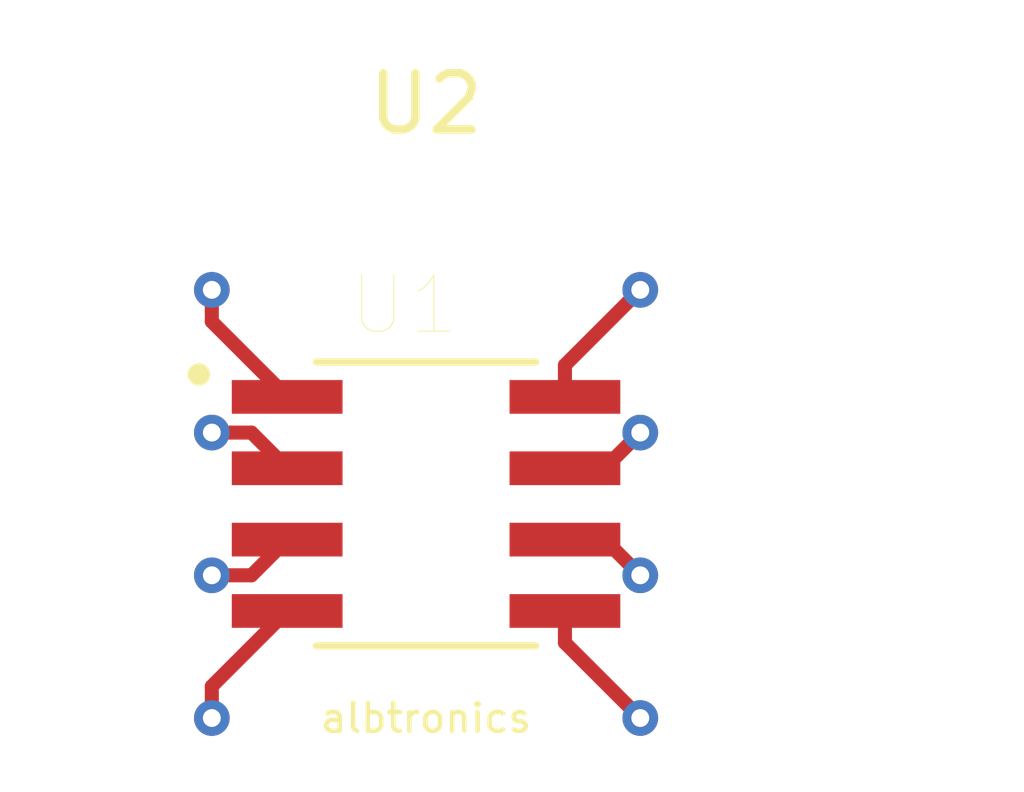
<source format=kicad_pcb>
(kicad_pcb (version 20171130) (host pcbnew "(5.1.9)-1")

  (general
    (thickness 1.6)
    (drawings 0)
    (tracks 16)
    (zones 0)
    (modules 2)
    (nets 9)
  )

  (page A4)
  (layers
    (0 F.Cu signal)
    (31 B.Cu signal)
    (32 B.Adhes user)
    (33 F.Adhes user)
    (34 B.Paste user)
    (35 F.Paste user)
    (36 B.SilkS user)
    (37 F.SilkS user)
    (38 B.Mask user)
    (39 F.Mask user)
    (40 Dwgs.User user)
    (41 Cmts.User user)
    (42 Eco1.User user)
    (43 Eco2.User user)
    (44 Edge.Cuts user)
    (45 Margin user)
    (46 B.CrtYd user)
    (47 F.CrtYd user)
    (48 B.Fab user)
    (49 F.Fab user)
  )

  (setup
    (last_trace_width 0.25)
    (trace_clearance 0.2)
    (zone_clearance 0.508)
    (zone_45_only no)
    (trace_min 0.2)
    (via_size 0.8)
    (via_drill 0.4)
    (via_min_size 0.4)
    (via_min_drill 0.3)
    (uvia_size 0.3)
    (uvia_drill 0.1)
    (uvias_allowed no)
    (uvia_min_size 0.2)
    (uvia_min_drill 0.1)
    (edge_width 0.05)
    (segment_width 0.2)
    (pcb_text_width 0.3)
    (pcb_text_size 1.5 1.5)
    (mod_edge_width 0.12)
    (mod_text_size 1 1)
    (mod_text_width 0.15)
    (pad_size 1.524 1.524)
    (pad_drill 0.762)
    (pad_to_mask_clearance 0)
    (aux_axis_origin 0 0)
    (visible_elements 7FFFFFFF)
    (pcbplotparams
      (layerselection 0x010fc_ffffffff)
      (usegerberextensions false)
      (usegerberattributes true)
      (usegerberadvancedattributes true)
      (creategerberjobfile true)
      (excludeedgelayer true)
      (linewidth 0.100000)
      (plotframeref false)
      (viasonmask false)
      (mode 1)
      (useauxorigin false)
      (hpglpennumber 1)
      (hpglpenspeed 20)
      (hpglpendiameter 15.000000)
      (psnegative false)
      (psa4output false)
      (plotreference true)
      (plotvalue true)
      (plotinvisibletext false)
      (padsonsilk false)
      (subtractmaskfromsilk false)
      (outputformat 1)
      (mirror false)
      (drillshape 1)
      (scaleselection 1)
      (outputdirectory ""))
  )

  (net 0 "")
  (net 1 "Net-(U1-Pad8)")
  (net 2 "Net-(U1-Pad7)")
  (net 3 "Net-(U1-Pad6)")
  (net 4 "Net-(U1-Pad5)")
  (net 5 "Net-(U1-Pad4)")
  (net 6 "Net-(U1-Pad3)")
  (net 7 "Net-(U1-Pad2)")
  (net 8 "Net-(U1-Pad1)")

  (net_class Default "This is the default net class."
    (clearance 0.2)
    (trace_width 0.25)
    (via_dia 0.8)
    (via_drill 0.4)
    (uvia_dia 0.3)
    (uvia_drill 0.1)
    (add_net "Net-(U1-Pad1)")
    (add_net "Net-(U1-Pad2)")
    (add_net "Net-(U1-Pad3)")
    (add_net "Net-(U1-Pad4)")
    (add_net "Net-(U1-Pad5)")
    (add_net "Net-(U1-Pad6)")
    (add_net "Net-(U1-Pad7)")
    (add_net "Net-(U1-Pad8)")
  )

  (module SE555D:SOIC127P599X175-8N (layer F.Cu) (tedit 607287E8) (tstamp 6072F360)
    (at 167.64 92.71)
    (path /60729892)
    (fp_text reference U1 (at -0.385 -3.537) (layer F.SilkS)
      (effects (font (size 1 1) (thickness 0.015)))
    )
    (fp_text value SE555D (at 7.87 3.537) (layer F.Fab)
      (effects (font (size 1 1) (thickness 0.015)))
    )
    (fp_line (start 3.705 -2.7025) (end 3.705 2.7025) (layer F.CrtYd) (width 0.05))
    (fp_line (start -3.705 -2.7025) (end -3.705 2.7025) (layer F.CrtYd) (width 0.05))
    (fp_line (start -3.705 2.7025) (end 3.705 2.7025) (layer F.CrtYd) (width 0.05))
    (fp_line (start -3.705 -2.7025) (end 3.705 -2.7025) (layer F.CrtYd) (width 0.05))
    (fp_line (start 1.95 -2.4525) (end 1.95 2.4525) (layer F.Fab) (width 0.127))
    (fp_line (start -1.95 -2.4525) (end -1.95 2.4525) (layer F.Fab) (width 0.127))
    (fp_line (start -1.95 2.525) (end 1.95 2.525) (layer F.SilkS) (width 0.127))
    (fp_line (start -1.95 -2.525) (end 1.95 -2.525) (layer F.SilkS) (width 0.127))
    (fp_line (start -1.95 2.4525) (end 1.95 2.4525) (layer F.Fab) (width 0.127))
    (fp_line (start -1.95 -2.4525) (end 1.95 -2.4525) (layer F.Fab) (width 0.127))
    (fp_circle (center -4.04 -2.305) (end -3.94 -2.305) (layer F.Fab) (width 0.2))
    (fp_circle (center -4.04 -2.305) (end -3.94 -2.305) (layer F.SilkS) (width 0.2))
    (pad 8 smd rect (at 2.47 -1.905) (size 1.97 0.6) (layers F.Cu F.Paste F.Mask)
      (net 1 "Net-(U1-Pad8)"))
    (pad 7 smd rect (at 2.47 -0.635) (size 1.97 0.6) (layers F.Cu F.Paste F.Mask)
      (net 2 "Net-(U1-Pad7)"))
    (pad 6 smd rect (at 2.47 0.635) (size 1.97 0.6) (layers F.Cu F.Paste F.Mask)
      (net 3 "Net-(U1-Pad6)"))
    (pad 5 smd rect (at 2.47 1.905) (size 1.97 0.6) (layers F.Cu F.Paste F.Mask)
      (net 4 "Net-(U1-Pad5)"))
    (pad 4 smd rect (at -2.47 1.905) (size 1.97 0.6) (layers F.Cu F.Paste F.Mask)
      (net 5 "Net-(U1-Pad4)"))
    (pad 3 smd rect (at -2.47 0.635) (size 1.97 0.6) (layers F.Cu F.Paste F.Mask)
      (net 6 "Net-(U1-Pad3)"))
    (pad 2 smd rect (at -2.47 -0.635) (size 1.97 0.6) (layers F.Cu F.Paste F.Mask)
      (net 7 "Net-(U1-Pad2)"))
    (pad 1 smd rect (at -2.47 -1.905) (size 1.97 0.6) (layers F.Cu F.Paste F.Mask)
      (net 8 "Net-(U1-Pad1)"))
    (model "C:/Program Files/KiCad/share/kicad/modules/SE555D/SE555D.step"
      (offset (xyz 0 0 0.8))
      (scale (xyz 1 1 1))
      (rotate (xyz -90 0 90))
    )
  )

  (module Breadboard_Adapter:Breadboard_Adapter (layer F.Cu) (tedit 6072A024) (tstamp 6072F371)
    (at 167.64 85.09)
    (path /6072B6D2)
    (fp_text reference U2 (at 0 0.5) (layer F.SilkS)
      (effects (font (size 1 1) (thickness 0.15)))
    )
    (fp_text value Breadboard_Adapter (at 0 -0.5) (layer F.Fab)
      (effects (font (size 1 1) (thickness 0.15)))
    )
    (fp_line (start -5.08 2.54) (end 5.08 2.54) (layer F.CrtYd) (width 0.12))
    (fp_line (start -5.08 12.7) (end 5.08 12.7) (layer F.CrtYd) (width 0.12))
    (fp_line (start -5.08 12.7) (end -5.08 2.54) (layer F.CrtYd) (width 0.12))
    (fp_line (start 5.08 12.7) (end 5.08 2.54) (layer F.CrtYd) (width 0.12))
    (fp_text user albtronics (at 0 11.43) (layer F.SilkS)
      (effects (font (size 0.5 0.5) (thickness 0.08)))
    )
    (pad 8 thru_hole circle (at 3.81 3.81) (size 0.635 0.635) (drill 0.3175) (layers *.Cu *.Mask)
      (net 1 "Net-(U1-Pad8)"))
    (pad 7 thru_hole circle (at 3.81 6.35) (size 0.635 0.635) (drill 0.3175) (layers *.Cu *.Mask)
      (net 2 "Net-(U1-Pad7)"))
    (pad 6 thru_hole circle (at 3.81 8.89) (size 0.635 0.635) (drill 0.3175) (layers *.Cu *.Mask)
      (net 3 "Net-(U1-Pad6)"))
    (pad 5 thru_hole circle (at 3.81 11.43) (size 0.635 0.635) (drill 0.3175) (layers *.Cu *.Mask)
      (net 4 "Net-(U1-Pad5)"))
    (pad 4 thru_hole circle (at -3.81 11.43) (size 0.635 0.635) (drill 0.3175) (layers *.Cu *.Mask)
      (net 5 "Net-(U1-Pad4)"))
    (pad 3 thru_hole circle (at -3.81 8.89) (size 0.635 0.635) (drill 0.3175) (layers *.Cu *.Mask)
      (net 6 "Net-(U1-Pad3)"))
    (pad 1 thru_hole circle (at -3.81 3.81) (size 0.635 0.635) (drill 0.3175) (layers *.Cu *.Mask)
      (net 8 "Net-(U1-Pad1)"))
    (pad 2 thru_hole circle (at -3.81 6.35) (size 0.635 0.635) (drill 0.3175) (layers *.Cu *.Mask)
      (net 7 "Net-(U1-Pad2)"))
  )

  (segment (start 170.11 90.24) (end 171.45 88.9) (width 0.25) (layer F.Cu) (net 1))
  (segment (start 170.11 90.805) (end 170.11 90.24) (width 0.25) (layer F.Cu) (net 1))
  (segment (start 170.11 92.075) (end 170.815 92.075) (width 0.25) (layer F.Cu) (net 2))
  (segment (start 170.815 92.075) (end 171.45 91.44) (width 0.25) (layer F.Cu) (net 2))
  (segment (start 170.815 93.345) (end 171.45 93.98) (width 0.25) (layer F.Cu) (net 3))
  (segment (start 170.11 93.345) (end 170.815 93.345) (width 0.25) (layer F.Cu) (net 3))
  (segment (start 170.11 95.18) (end 171.45 96.52) (width 0.25) (layer F.Cu) (net 4))
  (segment (start 170.11 94.615) (end 170.11 95.18) (width 0.25) (layer F.Cu) (net 4))
  (segment (start 163.83 95.955) (end 165.17 94.615) (width 0.25) (layer F.Cu) (net 5))
  (segment (start 163.83 96.52) (end 163.83 95.955) (width 0.25) (layer F.Cu) (net 5))
  (segment (start 164.535 93.98) (end 165.17 93.345) (width 0.25) (layer F.Cu) (net 6))
  (segment (start 163.83 93.98) (end 164.535 93.98) (width 0.25) (layer F.Cu) (net 6))
  (segment (start 164.535 91.44) (end 165.17 92.075) (width 0.25) (layer F.Cu) (net 7))
  (segment (start 163.83 91.44) (end 164.535 91.44) (width 0.25) (layer F.Cu) (net 7))
  (segment (start 163.83 89.465) (end 165.17 90.805) (width 0.25) (layer F.Cu) (net 8))
  (segment (start 163.83 88.9) (end 163.83 89.465) (width 0.25) (layer F.Cu) (net 8))

)

</source>
